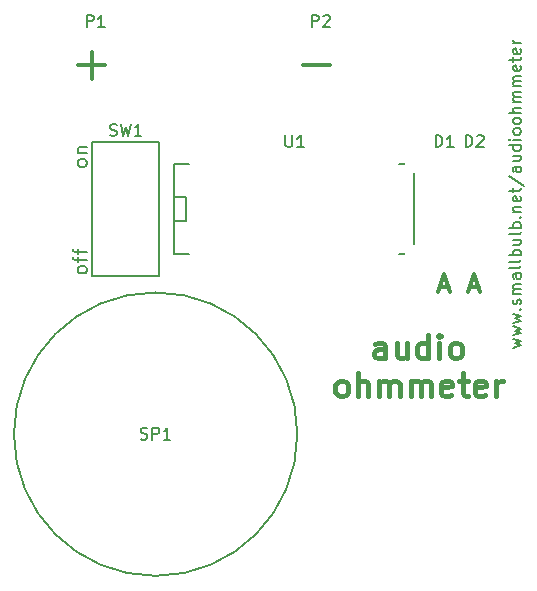
<source format=gto>
%FSLAX34Y34*%
G04 Gerber Fmt 3.4, Leading zero omitted, Abs format*
G04 (created by PCBNEW (2014-01-30 BZR 4648)-product) date Sat Mar  1 14:05:08 2014*
%MOIN*%
G01*
G70*
G90*
G04 APERTURE LIST*
%ADD10C,0.013780*%
%ADD11C,0.011811*%
%ADD12C,0.007087*%
%ADD13C,0.015748*%
%ADD14C,0.007874*%
%ADD15C,0.005906*%
%ADD16C,0.433071*%
%ADD17C,0.118110*%
%ADD18C,0.059055*%
%ADD19C,0.086614*%
%ADD20C,0.098425*%
G04 APERTURE END LIST*
G54D10*
G54D11*
X8175Y13790D02*
X9074Y13790D01*
X675Y13790D02*
X1574Y13790D01*
X1125Y13340D02*
X1125Y14240D01*
X12734Y6401D02*
X13015Y6401D01*
X12678Y6232D02*
X12875Y6823D01*
X13071Y6232D01*
X13734Y6401D02*
X14015Y6401D01*
X13678Y6232D02*
X13875Y6823D01*
X14071Y6232D01*
G54D12*
X15165Y4381D02*
X15428Y4456D01*
X15240Y4531D01*
X15428Y4606D01*
X15165Y4681D01*
X15165Y4794D02*
X15428Y4869D01*
X15240Y4944D01*
X15428Y5019D01*
X15165Y5094D01*
X15165Y5206D02*
X15428Y5281D01*
X15240Y5356D01*
X15428Y5431D01*
X15165Y5506D01*
X15390Y5656D02*
X15409Y5675D01*
X15428Y5656D01*
X15409Y5637D01*
X15390Y5656D01*
X15428Y5656D01*
X15409Y5825D02*
X15428Y5862D01*
X15428Y5937D01*
X15409Y5975D01*
X15371Y5994D01*
X15353Y5994D01*
X15315Y5975D01*
X15296Y5937D01*
X15296Y5881D01*
X15278Y5844D01*
X15240Y5825D01*
X15221Y5825D01*
X15184Y5844D01*
X15165Y5881D01*
X15165Y5937D01*
X15184Y5975D01*
X15428Y6162D02*
X15165Y6162D01*
X15203Y6162D02*
X15184Y6181D01*
X15165Y6219D01*
X15165Y6275D01*
X15184Y6312D01*
X15221Y6331D01*
X15428Y6331D01*
X15221Y6331D02*
X15184Y6350D01*
X15165Y6387D01*
X15165Y6444D01*
X15184Y6481D01*
X15221Y6500D01*
X15428Y6500D01*
X15428Y6856D02*
X15221Y6856D01*
X15184Y6837D01*
X15165Y6800D01*
X15165Y6725D01*
X15184Y6687D01*
X15409Y6856D02*
X15428Y6819D01*
X15428Y6725D01*
X15409Y6687D01*
X15371Y6669D01*
X15334Y6669D01*
X15296Y6687D01*
X15278Y6725D01*
X15278Y6819D01*
X15259Y6856D01*
X15428Y7100D02*
X15409Y7062D01*
X15371Y7044D01*
X15034Y7044D01*
X15428Y7306D02*
X15409Y7269D01*
X15371Y7250D01*
X15034Y7250D01*
X15428Y7456D02*
X15034Y7456D01*
X15184Y7456D02*
X15165Y7494D01*
X15165Y7568D01*
X15184Y7606D01*
X15203Y7625D01*
X15240Y7643D01*
X15353Y7643D01*
X15390Y7625D01*
X15409Y7606D01*
X15428Y7568D01*
X15428Y7494D01*
X15409Y7456D01*
X15165Y7981D02*
X15428Y7981D01*
X15165Y7812D02*
X15371Y7812D01*
X15409Y7831D01*
X15428Y7868D01*
X15428Y7925D01*
X15409Y7962D01*
X15390Y7981D01*
X15428Y8225D02*
X15409Y8187D01*
X15371Y8168D01*
X15034Y8168D01*
X15428Y8375D02*
X15034Y8375D01*
X15184Y8375D02*
X15165Y8412D01*
X15165Y8487D01*
X15184Y8525D01*
X15203Y8543D01*
X15240Y8562D01*
X15353Y8562D01*
X15390Y8543D01*
X15409Y8525D01*
X15428Y8487D01*
X15428Y8412D01*
X15409Y8375D01*
X15390Y8731D02*
X15409Y8750D01*
X15428Y8731D01*
X15409Y8712D01*
X15390Y8731D01*
X15428Y8731D01*
X15165Y8918D02*
X15428Y8918D01*
X15203Y8918D02*
X15184Y8937D01*
X15165Y8975D01*
X15165Y9031D01*
X15184Y9068D01*
X15221Y9087D01*
X15428Y9087D01*
X15409Y9425D02*
X15428Y9387D01*
X15428Y9312D01*
X15409Y9275D01*
X15371Y9256D01*
X15221Y9256D01*
X15184Y9275D01*
X15165Y9312D01*
X15165Y9387D01*
X15184Y9425D01*
X15221Y9443D01*
X15259Y9443D01*
X15296Y9256D01*
X15165Y9556D02*
X15165Y9706D01*
X15034Y9612D02*
X15371Y9612D01*
X15409Y9631D01*
X15428Y9668D01*
X15428Y9706D01*
X15015Y10118D02*
X15521Y9781D01*
X15428Y10418D02*
X15221Y10418D01*
X15184Y10399D01*
X15165Y10362D01*
X15165Y10287D01*
X15184Y10249D01*
X15409Y10418D02*
X15428Y10381D01*
X15428Y10287D01*
X15409Y10249D01*
X15371Y10231D01*
X15334Y10231D01*
X15296Y10249D01*
X15278Y10287D01*
X15278Y10381D01*
X15259Y10418D01*
X15165Y10774D02*
X15428Y10774D01*
X15165Y10606D02*
X15371Y10606D01*
X15409Y10624D01*
X15428Y10662D01*
X15428Y10718D01*
X15409Y10756D01*
X15390Y10774D01*
X15428Y11131D02*
X15034Y11131D01*
X15409Y11131D02*
X15428Y11093D01*
X15428Y11018D01*
X15409Y10981D01*
X15390Y10962D01*
X15353Y10943D01*
X15240Y10943D01*
X15203Y10962D01*
X15184Y10981D01*
X15165Y11018D01*
X15165Y11093D01*
X15184Y11131D01*
X15428Y11318D02*
X15165Y11318D01*
X15034Y11318D02*
X15053Y11299D01*
X15071Y11318D01*
X15053Y11337D01*
X15034Y11318D01*
X15071Y11318D01*
X15428Y11562D02*
X15409Y11524D01*
X15390Y11505D01*
X15353Y11487D01*
X15240Y11487D01*
X15203Y11505D01*
X15184Y11524D01*
X15165Y11562D01*
X15165Y11618D01*
X15184Y11655D01*
X15203Y11674D01*
X15240Y11693D01*
X15353Y11693D01*
X15390Y11674D01*
X15409Y11655D01*
X15428Y11618D01*
X15428Y11562D01*
X15428Y11918D02*
X15409Y11880D01*
X15390Y11862D01*
X15353Y11843D01*
X15240Y11843D01*
X15203Y11862D01*
X15184Y11880D01*
X15165Y11918D01*
X15165Y11974D01*
X15184Y12012D01*
X15203Y12030D01*
X15240Y12049D01*
X15353Y12049D01*
X15390Y12030D01*
X15409Y12012D01*
X15428Y11974D01*
X15428Y11918D01*
X15428Y12218D02*
X15034Y12218D01*
X15428Y12387D02*
X15221Y12387D01*
X15184Y12368D01*
X15165Y12330D01*
X15165Y12274D01*
X15184Y12237D01*
X15203Y12218D01*
X15428Y12574D02*
X15165Y12574D01*
X15203Y12574D02*
X15184Y12593D01*
X15165Y12630D01*
X15165Y12687D01*
X15184Y12724D01*
X15221Y12743D01*
X15428Y12743D01*
X15221Y12743D02*
X15184Y12762D01*
X15165Y12799D01*
X15165Y12855D01*
X15184Y12893D01*
X15221Y12912D01*
X15428Y12912D01*
X15428Y13099D02*
X15165Y13099D01*
X15203Y13099D02*
X15184Y13118D01*
X15165Y13155D01*
X15165Y13212D01*
X15184Y13249D01*
X15221Y13268D01*
X15428Y13268D01*
X15221Y13268D02*
X15184Y13287D01*
X15165Y13324D01*
X15165Y13380D01*
X15184Y13418D01*
X15221Y13437D01*
X15428Y13437D01*
X15409Y13774D02*
X15428Y13736D01*
X15428Y13661D01*
X15409Y13624D01*
X15371Y13605D01*
X15221Y13605D01*
X15184Y13624D01*
X15165Y13661D01*
X15165Y13736D01*
X15184Y13774D01*
X15221Y13793D01*
X15259Y13793D01*
X15296Y13605D01*
X15165Y13905D02*
X15165Y14055D01*
X15034Y13961D02*
X15371Y13961D01*
X15409Y13980D01*
X15428Y14018D01*
X15428Y14055D01*
X15409Y14336D02*
X15428Y14299D01*
X15428Y14224D01*
X15409Y14186D01*
X15371Y14168D01*
X15221Y14168D01*
X15184Y14186D01*
X15165Y14224D01*
X15165Y14299D01*
X15184Y14336D01*
X15221Y14355D01*
X15259Y14355D01*
X15296Y14168D01*
X15428Y14524D02*
X15165Y14524D01*
X15240Y14524D02*
X15203Y14543D01*
X15184Y14561D01*
X15165Y14599D01*
X15165Y14636D01*
G54D13*
X10912Y4023D02*
X10912Y4436D01*
X10875Y4511D01*
X10800Y4548D01*
X10650Y4548D01*
X10575Y4511D01*
X10912Y4061D02*
X10837Y4023D01*
X10650Y4023D01*
X10575Y4061D01*
X10537Y4136D01*
X10537Y4211D01*
X10575Y4286D01*
X10650Y4323D01*
X10837Y4323D01*
X10912Y4361D01*
X11625Y4548D02*
X11625Y4023D01*
X11287Y4548D02*
X11287Y4136D01*
X11325Y4061D01*
X11400Y4023D01*
X11512Y4023D01*
X11587Y4061D01*
X11625Y4098D01*
X12337Y4023D02*
X12337Y4811D01*
X12337Y4061D02*
X12262Y4023D01*
X12112Y4023D01*
X12037Y4061D01*
X12000Y4098D01*
X11962Y4173D01*
X11962Y4398D01*
X12000Y4473D01*
X12037Y4511D01*
X12112Y4548D01*
X12262Y4548D01*
X12337Y4511D01*
X12712Y4023D02*
X12712Y4548D01*
X12712Y4811D02*
X12674Y4773D01*
X12712Y4736D01*
X12749Y4773D01*
X12712Y4811D01*
X12712Y4736D01*
X13199Y4023D02*
X13124Y4061D01*
X13087Y4098D01*
X13049Y4173D01*
X13049Y4398D01*
X13087Y4473D01*
X13124Y4511D01*
X13199Y4548D01*
X13312Y4548D01*
X13387Y4511D01*
X13424Y4473D01*
X13462Y4398D01*
X13462Y4173D01*
X13424Y4098D01*
X13387Y4061D01*
X13312Y4023D01*
X13199Y4023D01*
X9394Y2763D02*
X9319Y2801D01*
X9281Y2838D01*
X9244Y2913D01*
X9244Y3138D01*
X9281Y3213D01*
X9319Y3251D01*
X9394Y3288D01*
X9506Y3288D01*
X9581Y3251D01*
X9619Y3213D01*
X9656Y3138D01*
X9656Y2913D01*
X9619Y2838D01*
X9581Y2801D01*
X9506Y2763D01*
X9394Y2763D01*
X9994Y2763D02*
X9994Y3551D01*
X10331Y2763D02*
X10331Y3176D01*
X10293Y3251D01*
X10218Y3288D01*
X10106Y3288D01*
X10031Y3251D01*
X9994Y3213D01*
X10706Y2763D02*
X10706Y3288D01*
X10706Y3213D02*
X10743Y3251D01*
X10818Y3288D01*
X10931Y3288D01*
X11006Y3251D01*
X11043Y3176D01*
X11043Y2763D01*
X11043Y3176D02*
X11081Y3251D01*
X11156Y3288D01*
X11268Y3288D01*
X11343Y3251D01*
X11381Y3176D01*
X11381Y2763D01*
X11756Y2763D02*
X11756Y3288D01*
X11756Y3213D02*
X11793Y3251D01*
X11868Y3288D01*
X11981Y3288D01*
X12056Y3251D01*
X12093Y3176D01*
X12093Y2763D01*
X12093Y3176D02*
X12131Y3251D01*
X12206Y3288D01*
X12318Y3288D01*
X12393Y3251D01*
X12431Y3176D01*
X12431Y2763D01*
X13106Y2801D02*
X13031Y2763D01*
X12881Y2763D01*
X12806Y2801D01*
X12768Y2876D01*
X12768Y3176D01*
X12806Y3251D01*
X12881Y3288D01*
X13031Y3288D01*
X13106Y3251D01*
X13143Y3176D01*
X13143Y3101D01*
X12768Y3026D01*
X13368Y3288D02*
X13668Y3288D01*
X13481Y3551D02*
X13481Y2876D01*
X13518Y2801D01*
X13593Y2763D01*
X13668Y2763D01*
X14230Y2801D02*
X14155Y2763D01*
X14005Y2763D01*
X13931Y2801D01*
X13893Y2876D01*
X13893Y3176D01*
X13931Y3251D01*
X14005Y3288D01*
X14155Y3288D01*
X14230Y3251D01*
X14268Y3176D01*
X14268Y3101D01*
X13893Y3026D01*
X14605Y2763D02*
X14605Y3288D01*
X14605Y3138D02*
X14643Y3213D01*
X14680Y3251D01*
X14755Y3288D01*
X14830Y3288D01*
G54D14*
X963Y6946D02*
X941Y6901D01*
X918Y6878D01*
X873Y6856D01*
X738Y6856D01*
X693Y6878D01*
X671Y6901D01*
X648Y6946D01*
X648Y7013D01*
X671Y7058D01*
X693Y7081D01*
X738Y7103D01*
X873Y7103D01*
X918Y7081D01*
X941Y7058D01*
X963Y7013D01*
X963Y6946D01*
X648Y7238D02*
X648Y7418D01*
X963Y7306D02*
X558Y7306D01*
X513Y7328D01*
X491Y7373D01*
X491Y7418D01*
X648Y7508D02*
X648Y7688D01*
X963Y7576D02*
X558Y7576D01*
X513Y7598D01*
X491Y7643D01*
X491Y7688D01*
X963Y10502D02*
X941Y10457D01*
X918Y10435D01*
X873Y10412D01*
X738Y10412D01*
X693Y10435D01*
X671Y10457D01*
X648Y10502D01*
X648Y10570D01*
X671Y10615D01*
X693Y10637D01*
X738Y10660D01*
X873Y10660D01*
X918Y10637D01*
X941Y10615D01*
X963Y10570D01*
X963Y10502D01*
X648Y10862D02*
X963Y10862D01*
X693Y10862D02*
X671Y10884D01*
X648Y10929D01*
X648Y10997D01*
X671Y11042D01*
X716Y11064D01*
X963Y11064D01*
G54D12*
X3352Y11244D02*
X3352Y6755D01*
X1147Y6755D02*
X1147Y11244D01*
X1147Y11244D02*
X3352Y11244D01*
X1147Y6755D02*
X3352Y6755D01*
X3875Y9400D02*
X4275Y9400D01*
X4275Y9400D02*
X4275Y8600D01*
X4275Y8600D02*
X3875Y8600D01*
X11375Y10500D02*
X11875Y10500D01*
X11875Y10500D02*
X11875Y7500D01*
X11875Y7500D02*
X11375Y7500D01*
X4375Y10500D02*
X3875Y10500D01*
X3875Y10500D02*
X3875Y7500D01*
X3875Y7500D02*
X4375Y7500D01*
X7974Y1500D02*
G75*
G03X7974Y1500I-4724J0D01*
G74*
G01*
G54D15*
X959Y15071D02*
X959Y15465D01*
X1109Y15465D01*
X1146Y15446D01*
X1165Y15428D01*
X1184Y15390D01*
X1184Y15334D01*
X1165Y15296D01*
X1146Y15278D01*
X1109Y15259D01*
X959Y15259D01*
X1559Y15071D02*
X1334Y15071D01*
X1446Y15071D02*
X1446Y15465D01*
X1409Y15409D01*
X1371Y15371D01*
X1334Y15353D01*
X8459Y15071D02*
X8459Y15465D01*
X8609Y15465D01*
X8646Y15446D01*
X8665Y15428D01*
X8684Y15390D01*
X8684Y15334D01*
X8665Y15296D01*
X8646Y15278D01*
X8609Y15259D01*
X8459Y15259D01*
X8834Y15428D02*
X8853Y15446D01*
X8890Y15465D01*
X8984Y15465D01*
X9021Y15446D01*
X9040Y15428D01*
X9059Y15390D01*
X9059Y15353D01*
X9040Y15296D01*
X8815Y15071D01*
X9059Y15071D01*
X1725Y11465D02*
X1781Y11446D01*
X1875Y11446D01*
X1912Y11465D01*
X1931Y11484D01*
X1950Y11521D01*
X1950Y11559D01*
X1931Y11596D01*
X1912Y11615D01*
X1875Y11634D01*
X1800Y11653D01*
X1762Y11671D01*
X1743Y11690D01*
X1725Y11728D01*
X1725Y11765D01*
X1743Y11803D01*
X1762Y11821D01*
X1800Y11840D01*
X1893Y11840D01*
X1950Y11821D01*
X2081Y11840D02*
X2175Y11446D01*
X2250Y11728D01*
X2324Y11446D01*
X2418Y11840D01*
X2774Y11446D02*
X2549Y11446D01*
X2662Y11446D02*
X2662Y11840D01*
X2624Y11784D01*
X2587Y11746D01*
X2549Y11728D01*
X12584Y11071D02*
X12584Y11465D01*
X12678Y11465D01*
X12734Y11446D01*
X12771Y11409D01*
X12790Y11371D01*
X12809Y11296D01*
X12809Y11240D01*
X12790Y11165D01*
X12771Y11128D01*
X12734Y11090D01*
X12678Y11071D01*
X12584Y11071D01*
X13184Y11071D02*
X12959Y11071D01*
X13071Y11071D02*
X13071Y11465D01*
X13034Y11409D01*
X12996Y11371D01*
X12959Y11353D01*
X13584Y11071D02*
X13584Y11465D01*
X13678Y11465D01*
X13734Y11446D01*
X13771Y11409D01*
X13790Y11371D01*
X13809Y11296D01*
X13809Y11240D01*
X13790Y11165D01*
X13771Y11128D01*
X13734Y11090D01*
X13678Y11071D01*
X13584Y11071D01*
X13959Y11428D02*
X13978Y11446D01*
X14015Y11465D01*
X14109Y11465D01*
X14146Y11446D01*
X14165Y11428D01*
X14184Y11390D01*
X14184Y11353D01*
X14165Y11296D01*
X13940Y11071D01*
X14184Y11071D01*
X7575Y11465D02*
X7575Y11146D01*
X7593Y11109D01*
X7612Y11090D01*
X7650Y11071D01*
X7725Y11071D01*
X7762Y11090D01*
X7781Y11109D01*
X7800Y11146D01*
X7800Y11465D01*
X8193Y11071D02*
X7968Y11071D01*
X8081Y11071D02*
X8081Y11465D01*
X8043Y11409D01*
X8006Y11371D01*
X7968Y11353D01*
X2753Y1340D02*
X2809Y1321D01*
X2903Y1321D01*
X2940Y1340D01*
X2959Y1359D01*
X2978Y1396D01*
X2978Y1434D01*
X2959Y1471D01*
X2940Y1490D01*
X2903Y1509D01*
X2828Y1528D01*
X2790Y1546D01*
X2771Y1565D01*
X2753Y1603D01*
X2753Y1640D01*
X2771Y1678D01*
X2790Y1696D01*
X2828Y1715D01*
X2921Y1715D01*
X2978Y1696D01*
X3146Y1321D02*
X3146Y1715D01*
X3296Y1715D01*
X3334Y1696D01*
X3353Y1678D01*
X3371Y1640D01*
X3371Y1584D01*
X3353Y1546D01*
X3334Y1528D01*
X3296Y1509D01*
X3146Y1509D01*
X3746Y1321D02*
X3521Y1321D01*
X3634Y1321D02*
X3634Y1715D01*
X3596Y1659D01*
X3559Y1621D01*
X3521Y1603D01*
%LPC*%
G54D16*
X4250Y13750D03*
X11750Y13750D03*
G54D17*
X2250Y7425D03*
X2250Y9000D03*
X2250Y10574D03*
G54D18*
X12875Y7500D03*
X12875Y10500D03*
X13875Y7500D03*
X13875Y10500D03*
X7875Y10500D03*
X6875Y10500D03*
X5875Y10500D03*
X4875Y10500D03*
X8875Y10500D03*
X9875Y10500D03*
X10875Y10500D03*
X4875Y7500D03*
X5875Y7500D03*
X6875Y7500D03*
X7875Y7500D03*
X8875Y7500D03*
X9875Y7500D03*
X10875Y7500D03*
G54D19*
X5218Y1500D03*
X1281Y1500D03*
G54D18*
X11875Y10500D03*
X11875Y7500D03*
G54D20*
X14545Y1318D03*
X7726Y5255D03*
M02*

</source>
